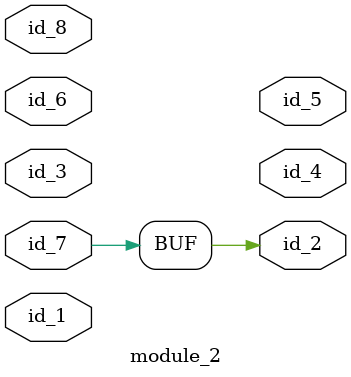
<source format=v>
module module_0 ();
endmodule
module module_1 (
    id_1,
    id_2,
    id_3,
    id_4,
    id_5
);
  output wire id_5;
  output wire id_4;
  output wire id_3;
  output wire id_2;
  input wire id_1;
  initial begin : LABEL_0
    cover (1);
  end
  module_0 modCall_1 ();
endmodule
module module_2 (
    id_1,
    id_2,
    id_3,
    id_4,
    id_5,
    id_6,
    id_7,
    id_8
);
  input wire id_8;
  input wire id_7;
  inout wire id_6;
  output wire id_5;
  output wire id_4;
  input wire id_3;
  output wire id_2;
  input wire id_1;
  generate
    assign id_2 = id_7;
  endgenerate
  module_0 modCall_1 ();
endmodule

</source>
